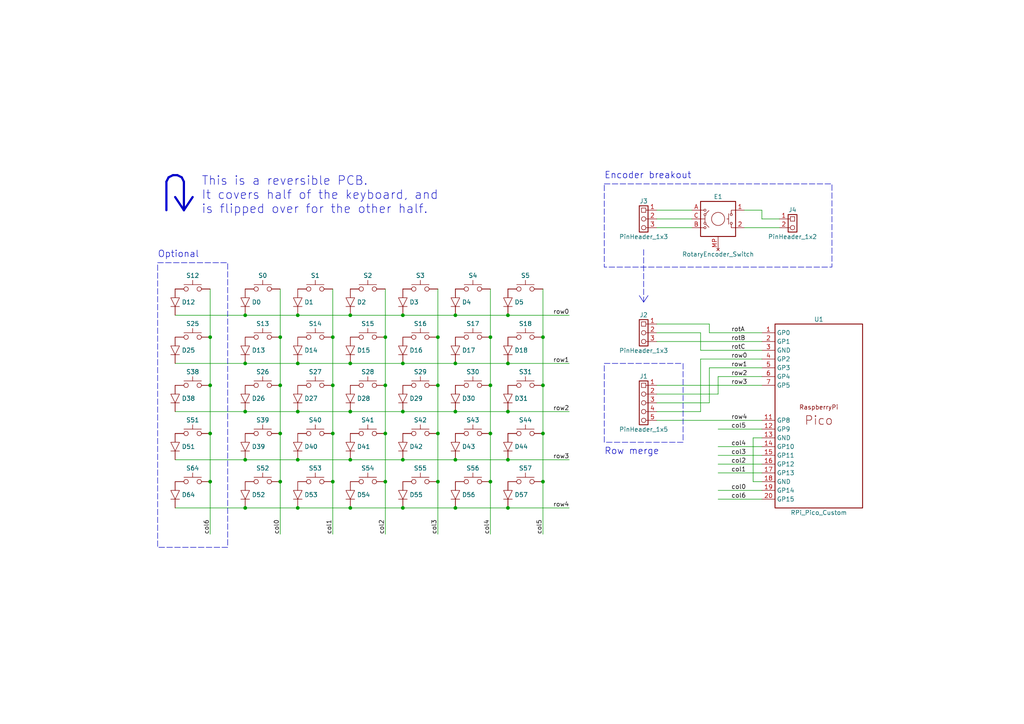
<source format=kicad_sch>
(kicad_sch (version 20230121) (generator eeschema)
  (paper "A4")
  (title_block (title "CHRUMM KEYBOARD") (rev "1.0.0") (comment 1 "https://github.com/sevmeyer/chrumm-keyboard") (comment 2 "Licensed under CERN-OHL-W v2 or later"))
  (lib_symbols
    (symbol "chrumm:Diode" (pin_numbers hide) (pin_names hide)
      (property "Reference" "D?" (at 1.905 1.27 0))
      (symbol "Diode_0_1"
        (polyline (pts (xy -1.27 0) (xy 1.27 0)))
        (polyline (pts (xy 0 0) (xy -1.27 2.54) (xy 1.27 2.54) (xy 0 0)))
        (pin passive line (at 0 -2.54 90) (length 2.54) (name "K") (number "1"))
        (pin passive line (at 0 5.08 270) (length 2.54) (name "A") (number "2"))
      )
    )
    (symbol "chrumm:PinHeader_1x2" (pin_names hide)
      (property "Reference" "J?" (at 0 1.905 0))
      (property "Value" "PinHeader_1x2" (at 0 -4.445 0))
      (symbol "PinHeader_1x2_0_1"
        (rectangle (start -1.27 1.27) (end 1.27 -3.81) (stroke (width 0.254)))
        (rectangle (start -0.635 0.635) (end 0.635 -0.635))
        (circle (center 0 -2.54) (radius 0.635))
        (polyline (pts (xy 0.635 -2.54) (xy 1.27 -2.54)))
        (polyline (pts (xy 0.635 0) (xy 1.27 0)))
      )
      (symbol "PinHeader_1x2_1_1"
        (pin passive line (at 3.81 0 180) (length 2.54) (name "~") (number "1"))
        (pin passive line (at 3.81 -2.54 180) (length 2.54) (name "~") (number "2"))
      )
    )
    (symbol "chrumm:PinHeader_1x3" (pin_names hide)
      (property "Reference" "J?" (at 0 1.905 0))
      (property "Value" "PinHeader_1x3" (at 0 -6.985 0))
      (symbol "PinHeader_1x3_0_1"
        (rectangle (start -1.27 1.27) (end 1.27 -6.35) (stroke (width 0.254)))
        (rectangle (start -0.635 0.635) (end 0.635 -0.635))
        (circle (center 0 -5.08) (radius 0.635))
        (circle (center 0 -2.54) (radius 0.635))
        (polyline (pts (xy 0.635 -5.08) (xy 1.27 -5.08)))
        (polyline (pts (xy 0.635 -2.54) (xy 1.27 -2.54)))
        (polyline (pts (xy 0.635 0) (xy 1.27 0)))
      )
      (symbol "PinHeader_1x3_1_1"
        (pin passive line (at 3.81 0 180) (length 2.54) (name "~") (number "1"))
        (pin passive line (at 3.81 -2.54 180) (length 2.54) (name "~") (number "2"))
        (pin passive line (at 3.81 -5.08 180) (length 2.54) (name "~") (number "3"))
      )
    )
    (symbol "chrumm:PinHeader_1x5" (pin_names hide)
      (property "Reference" "J?" (at 0 1.905 0))
      (property "Value" "PinHeader_1x5" (at 0 -12.065 0))
      (symbol "PinHeader_1x5_0_1"
        (rectangle (start -1.27 1.27) (end 1.27 -11.43) (stroke (width 0.254)))
        (rectangle (start -0.635 0.635) (end 0.635 -0.635))
        (circle (center 0 -10.16) (radius 0.635))
        (circle (center 0 -7.62) (radius 0.635))
        (circle (center 0 -5.08) (radius 0.635))
        (circle (center 0 -2.54) (radius 0.635))
        (polyline (pts (xy 0.635 -10.16) (xy 1.27 -10.16)))
        (polyline (pts (xy 0.635 -7.62) (xy 1.27 -7.62)))
        (polyline (pts (xy 0.635 -5.08) (xy 1.27 -5.08)))
        (polyline (pts (xy 0.635 -2.54) (xy 1.27 -2.54)))
        (polyline (pts (xy 0.635 0) (xy 1.27 0)))
      )
      (symbol "PinHeader_1x5_1_1"
        (pin passive line (at 3.81 0 180) (length 2.54) (name "~") (number "1"))
        (pin passive line (at 3.81 -2.54 180) (length 2.54) (name "~") (number "2"))
        (pin passive line (at 3.81 -5.08 180) (length 2.54) (name "~") (number "3"))
        (pin passive line (at 3.81 -7.62 180) (length 2.54) (name "~") (number "4"))
        (pin passive line (at 3.81 -10.16 180) (length 2.54) (name "~") (number "5"))
      )
    )
    (symbol "chrumm:RPi_Pico_Custom"
      (property "Reference" "U?" (at 0 27.305 0))
      (property "Value" "RPi_Pico_Custom" (at 0 -27.305 0))
      (symbol "RPi_Pico_Custom_1_0"
        (text "Pico" (at 0 -1.27 0) (effects (font (size 2.54 2.54))))
        (text "RaspberryPi" (at 0 2.54 0) (effects (font (size 1.27 1.27))))
      )
      (symbol "RPi_Pico_Custom_1_1"
        (rectangle (start -12.7 26.67) (end 12.7 -26.67) (stroke (width 0.254)))
        (pin bidirectional line (at -16.51 24.13 0) (length 3.81) (name "GP0") (number "1"))
        (pin bidirectional line (at -16.51 -1.27 0) (length 3.81) (name "GP8") (number "11"))
        (pin bidirectional line (at -16.51 -3.81 0) (length 3.81) (name "GP9") (number "12"))
        (pin bidirectional line (at -16.51 -6.35 0) (length 3.81) (name "GND") (number "13"))
        (pin bidirectional line (at -16.51 -8.89 0) (length 3.81) (name "GP10") (number "14"))
        (pin bidirectional line (at -16.51 -11.43 0) (length 3.81) (name "GP11") (number "15"))
        (pin bidirectional line (at -16.51 -13.97 0) (length 3.81) (name "GP12") (number "16"))
        (pin bidirectional line (at -16.51 -16.51 0) (length 3.81) (name "GP13") (number "17"))
        (pin bidirectional line (at -16.51 -19.05 0) (length 3.81) (name "GND") (number "18"))
        (pin bidirectional line (at -16.51 -21.59 0) (length 3.81) (name "GP14") (number "19"))
        (pin bidirectional line (at -16.51 21.59 0) (length 3.81) (name "GP1") (number "2"))
        (pin bidirectional line (at -16.51 -24.13 0) (length 3.81) (name "GP15") (number "20"))
        (pin bidirectional line (at -16.51 19.05 0) (length 3.81) (name "GND") (number "3"))
        (pin bidirectional line (at -16.51 16.51 0) (length 3.81) (name "GP2") (number "4"))
        (pin bidirectional line (at -16.51 13.97 0) (length 3.81) (name "GP3") (number "5"))
        (pin bidirectional line (at -16.51 11.43 0) (length 3.81) (name "GP4") (number "6"))
        (pin bidirectional line (at -16.51 8.89 0) (length 3.81) (name "GP5") (number "7"))
      )
    )
    (symbol "chrumm:RotaryEncoder_Switch" (pin_names hide)
      (property "Reference" "E?" (at 0 5.715 0))
      (property "Value" "RotaryEncoder_Switch" (at 0 -9.525 0))
      (symbol "RotaryEncoder_Switch_1_1"
        (rectangle (start -5.08 5.08) (end 5.08 -5.08) (stroke (width 0.254)))
        (circle (center -3.81 -2.54) (radius 0.3048))
        (circle (center -3.81 -1.27) (radius 0.3048))
        (circle (center -3.81 1.27) (radius 0.3048))
        (circle (center -3.81 2.54) (radius 0.3048))
        (polyline (pts (xy -5.08 -2.54) (xy -4.1148 -2.54)))
        (polyline (pts (xy -5.08 0) (xy -3.81 0)))
        (polyline (pts (xy -5.08 2.54) (xy -4.1148 2.54)))
        (polyline (pts (xy -3.81 0.9652) (xy -3.81 -0.9652)))
        (polyline (pts (xy -3.556 -1.524) (xy -2.6416 -2.4384)))
        (polyline (pts (xy -3.556 1.524) (xy -2.6416 2.4384)))
        (polyline (pts (xy 3.048 0) (xy 2.54 0)))
        (polyline (pts (xy 3.048 1.524) (xy 3.048 -1.524)))
        (polyline (pts (xy 5.08 -2.54) (xy 3.81 -2.54) (xy 3.81 -1.5748)))
        (polyline (pts (xy 5.08 2.54) (xy 3.81 2.54) (xy 3.81 1.5748)))
        (circle (center 0 0) (radius 1.905))
        (circle (center 3.81 -1.27) (radius 0.3048))
        (circle (center 3.81 1.27) (radius 0.3048))
        (pin passive line (at 7.62 2.54 180) (length 2.54) (name "1") (number "1"))
        (pin passive line (at 7.62 -2.54 180) (length 2.54) (name "2") (number "2"))
        (pin passive line (at -7.62 2.54 0) (length 2.54) (name "A") (number "A"))
        (pin passive line (at -7.62 -2.54 0) (length 2.54) (name "B") (number "B"))
        (pin passive line (at -7.62 0 0) (length 2.54) (name "C") (number "C"))
        (pin no_connect line (at 0 -8.89 90) (length 3.81) (name "MountPin") (number "MP"))
      )
    )
    (symbol "chrumm:Switch" (pin_numbers hide) (pin_names hide)
      (property "Reference" "S?" (at 0 3.175 0))
      (symbol "Switch_1_1"
        (circle (center -1.905 0) (radius 0.635))
        (polyline (pts (xy 0 1.27) (xy 0 2.54)))
        (polyline (pts (xy 2.54 1.27) (xy -2.54 1.27)))
        (circle (center 1.905 0) (radius 0.635))
        (pin passive line (at 5.08 0 180) (length 2.54) (name "~") (number "1"))
        (pin passive line (at -5.08 0 0) (length 2.54) (name "~") (number "2"))
      )
    )
  )
  (junction (at 147.32 119.38))
  (junction (at 86.36 119.38))
  (junction (at 96.52 111.76))
  (junction (at 111.76 111.76))
  (junction (at 71.12 147.32))
  (junction (at 60.96 139.7))
  (junction (at 147.32 133.35))
  (junction (at 132.08 105.41))
  (junction (at 101.6 105.41))
  (junction (at 147.32 105.41))
  (junction (at 81.28 97.79))
  (junction (at 111.76 97.79))
  (junction (at 132.08 133.35))
  (junction (at 96.52 125.73))
  (junction (at 86.36 133.35))
  (junction (at 142.24 125.73))
  (junction (at 147.32 147.32))
  (junction (at 101.6 119.38))
  (junction (at 96.52 97.79))
  (junction (at 86.36 147.32))
  (junction (at 96.52 139.7))
  (junction (at 147.32 91.44))
  (junction (at 142.24 139.7))
  (junction (at 71.12 119.38))
  (junction (at 101.6 91.44))
  (junction (at 127 111.76))
  (junction (at 86.36 91.44))
  (junction (at 157.48 139.7))
  (junction (at 127 125.73))
  (junction (at 116.84 91.44))
  (junction (at 116.84 105.41))
  (junction (at 71.12 105.41))
  (junction (at 116.84 133.35))
  (junction (at 157.48 125.73))
  (junction (at 60.96 97.79))
  (junction (at 81.28 111.76))
  (junction (at 132.08 119.38))
  (junction (at 71.12 133.35))
  (junction (at 81.28 125.73))
  (junction (at 86.36 105.41))
  (junction (at 127 97.79))
  (junction (at 116.84 147.32))
  (junction (at 142.24 97.79))
  (junction (at 111.76 139.7))
  (junction (at 60.96 125.73))
  (junction (at 132.08 147.32))
  (junction (at 81.28 139.7))
  (junction (at 101.6 147.32))
  (junction (at 101.6 133.35))
  (junction (at 142.24 111.76))
  (junction (at 71.12 91.44))
  (junction (at 132.08 91.44))
  (junction (at 60.96 111.76))
  (junction (at 157.48 111.76))
  (junction (at 157.48 97.79))
  (junction (at 127 139.7))
  (junction (at 116.84 119.38))
  (junction (at 111.76 125.73))
  (wire (pts (xy 127 83.82) (xy 127 97.79)))
  (wire (pts (xy 190.5 114.3) (xy 208.28 114.3)))
  (polyline (pts (xy 186.69 72.39) (xy 186.69 87.63)) (stroke (width 0) (type dash)))
  (wire (pts (xy 86.36 91.44) (xy 101.6 91.44)))
  (wire (pts (xy 203.2 101.6) (xy 220.98 101.6)))
  (wire (pts (xy 127 125.73) (xy 127 139.7)))
  (wire (pts (xy 81.28 111.76) (xy 81.28 125.73)))
  (wire (pts (xy 101.6 147.32) (xy 116.84 147.32)))
  (wire (pts (xy 190.5 111.76) (xy 220.98 111.76)))
  (wire (pts (xy 50.8 105.41) (xy 71.12 105.41)))
  (wire (pts (xy 208.28 129.54) (xy 220.98 129.54)))
  (wire (pts (xy 116.84 147.32) (xy 132.08 147.32)))
  (polyline (pts (xy 52.705 51.435) (xy 53.34 52.705)) (stroke (width 0.635) (type solid)))
  (wire (pts (xy 220.98 109.22) (xy 208.28 109.22)))
  (polyline (pts (xy 53.34 60.96) (xy 50.8 57.15)) (stroke (width 0.635) (type solid)))
  (wire (pts (xy 127 111.76) (xy 127 125.73)))
  (wire (pts (xy 127 97.79) (xy 127 111.76)))
  (wire (pts (xy 208.28 124.46) (xy 220.98 124.46)))
  (wire (pts (xy 208.28 142.24) (xy 220.98 142.24)))
  (wire (pts (xy 220.98 106.68) (xy 205.74 106.68)))
  (wire (pts (xy 86.36 133.35) (xy 101.6 133.35)))
  (wire (pts (xy 218.44 127) (xy 220.98 127)))
  (wire (pts (xy 132.08 105.41) (xy 147.32 105.41)))
  (wire (pts (xy 101.6 133.35) (xy 116.84 133.35)))
  (wire (pts (xy 96.52 139.7) (xy 96.52 154.94)))
  (wire (pts (xy 142.24 111.76) (xy 142.24 125.73)))
  (wire (pts (xy 208.28 144.78) (xy 220.98 144.78)))
  (wire (pts (xy 86.36 119.38) (xy 101.6 119.38)))
  (wire (pts (xy 127 139.7) (xy 127 154.94)))
  (wire (pts (xy 86.36 105.41) (xy 101.6 105.41)))
  (wire (pts (xy 190.5 96.52) (xy 203.2 96.52)))
  (wire (pts (xy 111.76 97.79) (xy 111.76 111.76)))
  (wire (pts (xy 132.08 119.38) (xy 147.32 119.38)))
  (wire (pts (xy 205.74 116.84) (xy 205.74 106.68)))
  (wire (pts (xy 142.24 125.73) (xy 142.24 139.7)))
  (wire (pts (xy 50.8 119.38) (xy 71.12 119.38)))
  (wire (pts (xy 190.5 63.5) (xy 200.66 63.5)))
  (wire (pts (xy 203.2 96.52) (xy 203.2 101.6)))
  (wire (pts (xy 50.8 147.32) (xy 71.12 147.32)))
  (polyline (pts (xy 48.26 52.705) (xy 48.895 51.435)) (stroke (width 0.635) (type solid)))
  (wire (pts (xy 116.84 91.44) (xy 132.08 91.44)))
  (wire (pts (xy 111.76 125.73) (xy 111.76 139.7)))
  (wire (pts (xy 203.2 104.14) (xy 220.98 104.14)))
  (wire (pts (xy 71.12 105.41) (xy 86.36 105.41)))
  (wire (pts (xy 190.5 119.38) (xy 203.2 119.38)))
  (wire (pts (xy 60.96 83.82) (xy 60.96 97.79)))
  (wire (pts (xy 218.44 127) (xy 218.44 139.7)))
  (wire (pts (xy 132.08 133.35) (xy 147.32 133.35)))
  (wire (pts (xy 71.12 91.44) (xy 86.36 91.44)))
  (wire (pts (xy 71.12 119.38) (xy 86.36 119.38)))
  (wire (pts (xy 215.9 60.96) (xy 220.98 60.96)))
  (polyline (pts (xy 51.435 50.8) (xy 52.705 51.435)) (stroke (width 0.635) (type solid)))
  (wire (pts (xy 81.28 83.82) (xy 81.28 97.79)))
  (wire (pts (xy 81.28 139.7) (xy 81.28 154.94)))
  (wire (pts (xy 142.24 83.82) (xy 142.24 97.79)))
  (wire (pts (xy 96.52 125.73) (xy 96.52 139.7)))
  (wire (pts (xy 71.12 133.35) (xy 86.36 133.35)))
  (wire (pts (xy 96.52 83.82) (xy 96.52 97.79)))
  (polyline (pts (xy 186.69 87.63) (xy 187.96 85.725)))
  (wire (pts (xy 190.5 60.96) (xy 200.66 60.96)))
  (polyline (pts (xy 48.26 60.96) (xy 48.26 52.705)) (stroke (width 0.635) (type solid)))
  (wire (pts (xy 208.28 132.08) (xy 220.98 132.08)))
  (wire (pts (xy 190.5 116.84) (xy 205.74 116.84)))
  (wire (pts (xy 111.76 139.7) (xy 111.76 154.94)))
  (wire (pts (xy 50.8 133.35) (xy 71.12 133.35)))
  (wire (pts (xy 218.44 139.7) (xy 220.98 139.7)))
  (wire (pts (xy 147.32 119.38) (xy 165.1 119.38)))
  (wire (pts (xy 101.6 91.44) (xy 116.84 91.44)))
  (wire (pts (xy 157.48 97.79) (xy 157.48 111.76)))
  (wire (pts (xy 116.84 105.41) (xy 132.08 105.41)))
  (wire (pts (xy 132.08 147.32) (xy 147.32 147.32)))
  (polyline (pts (xy 53.34 52.705) (xy 53.34 60.96)) (stroke (width 0.635) (type solid)))
  (wire (pts (xy 86.36 147.32) (xy 101.6 147.32)))
  (wire (pts (xy 81.28 125.73) (xy 81.28 139.7)))
  (wire (pts (xy 203.2 119.38) (xy 203.2 104.14)))
  (wire (pts (xy 101.6 119.38) (xy 116.84 119.38)))
  (wire (pts (xy 116.84 119.38) (xy 132.08 119.38)))
  (wire (pts (xy 116.84 133.35) (xy 132.08 133.35)))
  (wire (pts (xy 208.28 114.3) (xy 208.28 109.22)))
  (wire (pts (xy 60.96 125.73) (xy 60.96 139.7)))
  (wire (pts (xy 157.48 125.73) (xy 157.48 139.7)))
  (wire (pts (xy 215.9 66.04) (xy 226.06 66.04)))
  (wire (pts (xy 208.28 137.16) (xy 220.98 137.16)))
  (wire (pts (xy 81.28 97.79) (xy 81.28 111.76)))
  (wire (pts (xy 190.5 93.98) (xy 205.74 93.98)))
  (wire (pts (xy 157.48 139.7) (xy 157.48 154.94)))
  (wire (pts (xy 190.5 66.04) (xy 200.66 66.04)))
  (wire (pts (xy 142.24 97.79) (xy 142.24 111.76)))
  (wire (pts (xy 190.5 99.06) (xy 220.98 99.06)))
  (wire (pts (xy 147.32 91.44) (xy 165.1 91.44)))
  (wire (pts (xy 96.52 111.76) (xy 96.52 125.73)))
  (wire (pts (xy 205.74 93.98) (xy 205.74 96.52)))
  (wire (pts (xy 190.5 121.92) (xy 220.98 121.92)))
  (polyline (pts (xy 55.88 57.15) (xy 53.34 60.96)) (stroke (width 0.635) (type solid)))
  (polyline (pts (xy 48.895 51.435) (xy 50.165 50.8)) (stroke (width 0.635) (type solid)))
  (wire (pts (xy 111.76 83.82) (xy 111.76 97.79)))
  (wire (pts (xy 147.32 133.35) (xy 165.1 133.35)))
  (wire (pts (xy 71.12 147.32) (xy 86.36 147.32)))
  (wire (pts (xy 208.28 134.62) (xy 220.98 134.62)))
  (wire (pts (xy 157.48 83.82) (xy 157.48 97.79)))
  (wire (pts (xy 96.52 97.79) (xy 96.52 111.76)))
  (wire (pts (xy 60.96 97.79) (xy 60.96 111.76)))
  (wire (pts (xy 101.6 105.41) (xy 116.84 105.41)))
  (wire (pts (xy 165.1 105.41) (xy 147.32 105.41)))
  (wire (pts (xy 111.76 111.76) (xy 111.76 125.73)))
  (wire (pts (xy 60.96 111.76) (xy 60.96 125.73)))
  (wire (pts (xy 132.08 91.44) (xy 147.32 91.44)))
  (wire (pts (xy 157.48 111.76) (xy 157.48 125.73)))
  (polyline (pts (xy 50.165 50.8) (xy 51.435 50.8)) (stroke (width 0.635) (type solid)))
  (wire (pts (xy 205.74 96.52) (xy 220.98 96.52)))
  (wire (pts (xy 50.8 91.44) (xy 71.12 91.44)))
  (wire (pts (xy 60.96 139.7) (xy 60.96 154.94)))
  (wire (pts (xy 147.32 147.32) (xy 165.1 147.32)))
  (wire (pts (xy 220.98 63.5) (xy 226.06 63.5)))
  (wire (pts (xy 220.98 60.96) (xy 220.98 63.5)))
  (polyline (pts (xy 186.69 87.63) (xy 185.42 85.725)))
  (wire (pts (xy 142.24 139.7) (xy 142.24 154.94)))
  (rectangle (start 45.72 76.2) (end 66.04 158.75) (stroke (width 0) (type dash)))
  (rectangle (start 175.26 105.41) (end 198.12 128.27) (stroke (width 0) (type dash)))
  (rectangle (start 175.26 53.34) (end 241.3 77.47) (stroke (width 0) (type dash)))
  (text "Encoder breakout" (at 175.26 52.07 0) (effects (font (size 1.905 1.905)) (justify left bottom)))
  (text "Optional" (at 45.72 74.93 0) (effects (font (size 1.905 1.905)) (justify left bottom)))
  (text "Row merge" (at 175.26 132.08 0) (effects (font (size 1.905 1.905)) (justify left bottom)))
  (text "This is a reversible PCB.\nIt covers half of the keyboard, and\nis flipped over for the other half." (at 58.42 62.23 0) (effects (font (size 2.54 2.54)) (justify left bottom)))
  (label "col5" (at 212.09 124.46 0))
  (label "col4" (at 212.09 129.54 0))
  (label "col2" (at 212.09 134.62 0))
  (label "row2" (at 165.1 119.38 180))
  (label "rotC" (at 212.09 101.6 0))
  (label "col0" (at 81.28 154.94 90))
  (label "col3" (at 212.09 132.08 0))
  (label "col6" (at 60.96 154.94 90))
  (label "col4" (at 142.24 154.94 90))
  (label "col5" (at 157.48 154.94 90))
  (label "col6" (at 212.09 144.78 0))
  (label "row0" (at 165.1 91.44 180))
  (label "row3" (at 212.09 111.76 0))
  (label "row1" (at 165.1 105.41 180))
  (label "rotA" (at 212.09 96.52 0))
  (label "row2" (at 212.09 109.22 0))
  (label "row4" (at 165.1 147.32 180))
  (label "row0" (at 212.09 104.14 0))
  (label "rotB" (at 212.09 99.06 0))
  (label "row3" (at 165.1 133.35 180))
  (label "col1" (at 96.52 154.94 90))
  (label "col2" (at 111.76 154.94 90))
  (label "row1" (at 212.09 106.68 0))
  (label "col3" (at 127 154.94 90))
  (label "col1" (at 212.09 137.16 0))
  (label "row4" (at 212.09 121.92 0))
  (label "col0" (at 212.09 142.24 0))
  (symbol (lib_id "chrumm:Switch") (at 55.88 97.79 0) (unit 1)
    (property "Reference" "S25" (at 55.88 94.615 0) (effects (justify bottom)))
    (property "Value" "Switch" (effects hide))
  )
  (symbol (lib_id "chrumm:Diode") (at 132.08 130.81 0) (unit 1)
    (property "Reference" "D43" (at 133.985 129.54 0) (effects (justify left)))
    (property "Value" "Diode" (effects hide))
  )
  (symbol (lib_id "chrumm:Switch") (at 121.92 111.76 0) (unit 1)
    (property "Reference" "S29" (at 121.92 108.585 0) (effects (justify bottom)))
    (property "Value" "Switch" (effects hide))
  )
  (symbol (lib_id "chrumm:PinHeader_1x2") (at 229.87 63.5 0) (mirror y) (unit 1)
    (property "Reference" "J4" (at 229.87 61.595 0) (effects (justify bottom)))
    (property "Value" "PinHeader_1x2" (at 229.87 67.945 0) (effects (justify top)))
  )
  (symbol (lib_id "chrumm:Switch") (at 55.88 111.76 0) (unit 1)
    (property "Reference" "S38" (at 55.88 108.585 0) (effects (justify bottom)))
    (property "Value" "Switch" (effects hide))
  )
  (symbol (lib_id "chrumm:Switch") (at 137.16 111.76 0) (unit 1)
    (property "Reference" "S30" (at 137.16 108.585 0) (effects (justify bottom)))
    (property "Value" "Switch" (effects hide))
  )
  (symbol (lib_id "chrumm:Diode") (at 147.32 88.9 0) (unit 1)
    (property "Reference" "D5" (at 149.225 87.63 0) (effects (justify left)))
    (property "Value" "Diode" (effects hide))
  )
  (symbol (lib_id "chrumm:Diode") (at 50.8 144.78 0) (unit 1)
    (property "Reference" "D64" (at 52.705 143.51 0) (effects (justify left)))
    (property "Value" "Diode" (effects hide))
  )
  (symbol (lib_id "chrumm:Diode") (at 116.84 116.84 0) (unit 1)
    (property "Reference" "D29" (at 118.745 115.57 0) (effects (justify left)))
    (property "Value" "Diode" (effects hide))
  )
  (symbol (lib_id "chrumm:Switch") (at 106.68 97.79 0) (unit 1)
    (property "Reference" "S15" (at 106.68 94.615 0) (effects (justify bottom)))
    (property "Value" "Switch" (effects hide))
  )
  (symbol (lib_id "chrumm:Diode") (at 147.32 130.81 0) (unit 1)
    (property "Reference" "D44" (at 149.225 129.54 0) (effects (justify left)))
    (property "Value" "Diode" (effects hide))
  )
  (symbol (lib_id "chrumm:Diode") (at 71.12 130.81 0) (unit 1)
    (property "Reference" "D39" (at 73.025 129.54 0) (effects (justify left)))
    (property "Value" "Diode" (effects hide))
  )
  (symbol (lib_id "chrumm:Diode") (at 50.8 130.81 0) (unit 1)
    (property "Reference" "D51" (at 52.705 129.54 0) (effects (justify left)))
    (property "Value" "Diode" (effects hide))
  )
  (symbol (lib_id "chrumm:Switch") (at 137.16 125.73 0) (unit 1)
    (property "Reference" "S43" (at 137.16 122.555 0) (effects (justify bottom)))
    (property "Value" "Switch" (effects hide))
  )
  (symbol (lib_id "chrumm:Diode") (at 50.8 88.9 0) (unit 1)
    (property "Reference" "D12" (at 52.705 87.63 0) (effects (justify left)))
    (property "Value" "Diode" (effects hide))
  )
  (symbol (lib_id "chrumm:Switch") (at 55.88 83.82 0) (unit 1)
    (property "Reference" "S12" (at 55.88 80.645 0) (effects (justify bottom)))
    (property "Value" "Switch" (effects hide))
  )
  (symbol (lib_id "chrumm:Diode") (at 101.6 130.81 0) (unit 1)
    (property "Reference" "D41" (at 103.505 129.54 0) (effects (justify left)))
    (property "Value" "Diode" (effects hide))
  )
  (symbol (lib_id "chrumm:Diode") (at 71.12 144.78 0) (unit 1)
    (property "Reference" "D52" (at 73.025 143.51 0) (effects (justify left)))
    (property "Value" "Diode" (effects hide))
  )
  (symbol (lib_id "chrumm:Diode") (at 132.08 144.78 0) (unit 1)
    (property "Reference" "D56" (at 133.985 143.51 0) (effects (justify left)))
    (property "Value" "Diode" (effects hide))
  )
  (symbol (lib_id "chrumm:Diode") (at 147.32 116.84 0) (unit 1)
    (property "Reference" "D31" (at 149.225 115.57 0) (effects (justify left)))
    (property "Value" "Diode" (effects hide))
  )
  (symbol (lib_id "chrumm:RotaryEncoder_Switch") (at 208.28 63.5 0) (unit 1)
    (property "Reference" "E1" (at 208.28 57.785 0) (effects (justify bottom)))
    (property "Value" "RotaryEncoder_Switch" (at 208.28 73.025 0) (effects (justify top)))
  )
  (symbol (lib_id "chrumm:Diode") (at 50.8 102.87 0) (unit 1)
    (property "Reference" "D25" (at 52.705 101.6 0) (effects (justify left)))
    (property "Value" "Diode" (effects hide))
  )
  (symbol (lib_id "chrumm:Switch") (at 106.68 111.76 0) (unit 1)
    (property "Reference" "S28" (at 106.68 108.585 0) (effects (justify bottom)))
    (property "Value" "Switch" (effects hide))
  )
  (symbol (lib_id "chrumm:Switch") (at 76.2 111.76 0) (unit 1)
    (property "Reference" "S26" (at 76.2 108.585 0) (effects (justify bottom)))
    (property "Value" "Switch" (effects hide))
  )
  (symbol (lib_id "chrumm:Diode") (at 116.84 102.87 0) (unit 1)
    (property "Reference" "D16" (at 118.745 101.6 0) (effects (justify left)))
    (property "Value" "Diode" (effects hide))
  )
  (symbol (lib_id "chrumm:Switch") (at 106.68 125.73 0) (unit 1)
    (property "Reference" "S41" (at 106.68 122.555 0) (effects (justify bottom)))
    (property "Value" "Switch" (effects hide))
  )
  (symbol (lib_id "chrumm:Switch") (at 137.16 83.82 0) (unit 1)
    (property "Reference" "S4" (at 137.16 80.645 0) (effects (justify bottom)))
    (property "Value" "Switch" (effects hide))
  )
  (symbol (lib_id "chrumm:Switch") (at 91.44 83.82 0) (unit 1)
    (property "Reference" "S1" (at 91.44 80.645 0) (effects (justify bottom)))
    (property "Value" "Switch" (effects hide))
  )
  (symbol (lib_id "chrumm:PinHeader_1x5") (at 186.69 111.76 0) (unit 1)
    (property "Reference" "J1" (at 186.69 109.855 0) (effects (justify bottom)))
    (property "Value" "PinHeader_1x5" (at 186.69 123.825 0) (effects (justify top)))
  )
  (symbol (lib_id "chrumm:Switch") (at 76.2 125.73 0) (unit 1)
    (property "Reference" "S39" (at 76.2 122.555 0) (effects (justify bottom)))
    (property "Value" "Switch" (effects hide))
  )
  (symbol (lib_id "chrumm:Switch") (at 106.68 139.7 0) (unit 1)
    (property "Reference" "S54" (at 106.68 136.525 0) (effects (justify bottom)))
    (property "Value" "Switch" (effects hide))
  )
  (symbol (lib_id "chrumm:Diode") (at 86.36 130.81 0) (unit 1)
    (property "Reference" "D40" (at 88.265 129.54 0) (effects (justify left)))
    (property "Value" "Diode" (effects hide))
  )
  (symbol (lib_id "chrumm:Diode") (at 71.12 88.9 0) (unit 1)
    (property "Reference" "D0" (at 73.025 87.63 0) (effects (justify left)))
    (property "Value" "Diode" (effects hide))
  )
  (symbol (lib_id "chrumm:Diode") (at 101.6 116.84 0) (unit 1)
    (property "Reference" "D28" (at 103.505 115.57 0) (effects (justify left)))
    (property "Value" "Diode" (effects hide))
  )
  (symbol (lib_id "chrumm:Switch") (at 137.16 139.7 0) (unit 1)
    (property "Reference" "S56" (at 137.16 136.525 0) (effects (justify bottom)))
    (property "Value" "Switch" (effects hide))
  )
  (symbol (lib_id "chrumm:RPi_Pico_Custom") (at 237.49 120.65 0) (unit 1)
    (property "Reference" "U1" (at 237.49 93.345 0) (effects (justify bottom)))
    (property "Value" "RPi_Pico_Custom" (at 237.49 147.955 0) (effects (justify top)))
  )
  (symbol (lib_id "chrumm:Diode") (at 86.36 116.84 0) (unit 1)
    (property "Reference" "D27" (at 88.265 115.57 0) (effects (justify left)))
    (property "Value" "Diode" (effects hide))
  )
  (symbol (lib_id "chrumm:Switch") (at 91.44 125.73 0) (unit 1)
    (property "Reference" "S40" (at 91.44 122.555 0) (effects (justify bottom)))
    (property "Value" "Switch" (effects hide))
  )
  (symbol (lib_id "chrumm:Switch") (at 91.44 139.7 0) (unit 1)
    (property "Reference" "S53" (at 91.44 136.525 0) (effects (justify bottom)))
    (property "Value" "Switch" (effects hide))
  )
  (symbol (lib_id "chrumm:Switch") (at 121.92 83.82 0) (unit 1)
    (property "Reference" "S3" (at 121.92 80.645 0) (effects (justify bottom)))
    (property "Value" "Switch" (effects hide))
  )
  (symbol (lib_id "chrumm:Diode") (at 86.36 88.9 0) (unit 1)
    (property "Reference" "D1" (at 88.265 87.63 0) (effects (justify left)))
    (property "Value" "Diode" (effects hide))
  )
  (symbol (lib_id "chrumm:Switch") (at 55.88 139.7 0) (unit 1)
    (property "Reference" "S64" (at 55.88 136.525 0) (effects (justify bottom)))
    (property "Value" "Switch" (effects hide))
  )
  (symbol (lib_id "chrumm:Switch") (at 121.92 125.73 0) (unit 1)
    (property "Reference" "S42" (at 121.92 122.555 0) (effects (justify bottom)))
    (property "Value" "Switch" (effects hide))
  )
  (symbol (lib_id "chrumm:Diode") (at 147.32 102.87 0) (unit 1)
    (property "Reference" "D18" (at 149.225 101.6 0) (effects (justify left)))
    (property "Value" "Diode" (effects hide))
  )
  (symbol (lib_id "chrumm:Switch") (at 152.4 83.82 0) (unit 1)
    (property "Reference" "S5" (at 152.4 80.645 0) (effects (justify bottom)))
    (property "Value" "Switch" (effects hide))
  )
  (symbol (lib_id "chrumm:Diode") (at 116.84 130.81 0) (unit 1)
    (property "Reference" "D42" (at 118.745 129.54 0) (effects (justify left)))
    (property "Value" "Diode" (effects hide))
  )
  (symbol (lib_id "chrumm:Switch") (at 121.92 97.79 0) (unit 1)
    (property "Reference" "S16" (at 121.92 94.615 0) (effects (justify bottom)))
    (property "Value" "Switch" (effects hide))
  )
  (symbol (lib_id "chrumm:Diode") (at 116.84 88.9 0) (unit 1)
    (property "Reference" "D3" (at 118.745 87.63 0) (effects (justify left)))
    (property "Value" "Diode" (effects hide))
  )
  (symbol (lib_id "chrumm:Diode") (at 86.36 102.87 0) (unit 1)
    (property "Reference" "D14" (at 88.265 101.6 0) (effects (justify left)))
    (property "Value" "Diode" (effects hide))
  )
  (symbol (lib_id "chrumm:Switch") (at 55.88 125.73 0) (unit 1)
    (property "Reference" "S51" (at 55.88 122.555 0) (effects (justify bottom)))
    (property "Value" "Switch" (effects hide))
  )
  (symbol (lib_id "chrumm:Switch") (at 152.4 97.79 0) (unit 1)
    (property "Reference" "S18" (at 152.4 94.615 0) (effects (justify bottom)))
    (property "Value" "Switch" (effects hide))
  )
  (symbol (lib_id "chrumm:Diode") (at 116.84 144.78 0) (unit 1)
    (property "Reference" "D55" (at 118.745 143.51 0) (effects (justify left)))
    (property "Value" "Diode" (effects hide))
  )
  (symbol (lib_id "chrumm:Switch") (at 76.2 83.82 0) (unit 1)
    (property "Reference" "S0" (at 76.2 80.645 0) (effects (justify bottom)))
    (property "Value" "Switch" (effects hide))
  )
  (symbol (lib_id "chrumm:Switch") (at 152.4 111.76 0) (unit 1)
    (property "Reference" "S31" (at 152.4 108.585 0) (effects (justify bottom)))
    (property "Value" "Switch" (effects hide))
  )
  (symbol (lib_id "chrumm:Switch") (at 76.2 139.7 0) (unit 1)
    (property "Reference" "S52" (at 76.2 136.525 0) (effects (justify bottom)))
    (property "Value" "Switch" (effects hide))
  )
  (symbol (lib_id "chrumm:Switch") (at 152.4 125.73 0) (unit 1)
    (property "Reference" "S44" (at 152.4 122.555 0) (effects (justify bottom)))
    (property "Value" "Switch" (effects hide))
  )
  (symbol (lib_id "chrumm:Diode") (at 132.08 116.84 0) (unit 1)
    (property "Reference" "D30" (at 133.985 115.57 0) (effects (justify left)))
    (property "Value" "Diode" (effects hide))
  )
  (symbol (lib_id "chrumm:Switch") (at 91.44 111.76 0) (unit 1)
    (property "Reference" "S27" (at 91.44 108.585 0) (effects (justify bottom)))
    (property "Value" "Switch" (effects hide))
  )
  (symbol (lib_id "chrumm:Diode") (at 101.6 144.78 0) (unit 1)
    (property "Reference" "D54" (at 103.505 143.51 0) (effects (justify left)))
    (property "Value" "Diode" (effects hide))
  )
  (symbol (lib_id "chrumm:Switch") (at 152.4 139.7 0) (unit 1)
    (property "Reference" "S57" (at 152.4 136.525 0) (effects (justify bottom)))
    (property "Value" "Switch" (effects hide))
  )
  (symbol (lib_id "chrumm:Diode") (at 50.8 116.84 0) (unit 1)
    (property "Reference" "D38" (at 52.705 115.57 0) (effects (justify left)))
    (property "Value" "Diode" (effects hide))
  )
  (symbol (lib_id "chrumm:Diode") (at 101.6 102.87 0) (unit 1)
    (property "Reference" "D15" (at 103.505 101.6 0) (effects (justify left)))
    (property "Value" "Diode" (effects hide))
  )
  (symbol (lib_id "chrumm:Switch") (at 106.68 83.82 0) (unit 1)
    (property "Reference" "S2" (at 106.68 80.645 0) (effects (justify bottom)))
    (property "Value" "Switch" (effects hide))
  )
  (symbol (lib_id "chrumm:Diode") (at 71.12 102.87 0) (unit 1)
    (property "Reference" "D13" (at 73.025 101.6 0) (effects (justify left)))
    (property "Value" "Diode" (effects hide))
  )
  (symbol (lib_id "chrumm:PinHeader_1x3") (at 186.69 93.98 0) (unit 1)
    (property "Reference" "J2" (at 186.69 92.075 0) (effects (justify bottom)))
    (property "Value" "PinHeader_1x3" (at 186.69 100.965 0) (effects (justify top)))
  )
  (symbol (lib_id "chrumm:Diode") (at 101.6 88.9 0) (unit 1)
    (property "Reference" "D2" (at 103.505 87.63 0) (effects (justify left)))
    (property "Value" "Diode" (effects hide))
  )
  (symbol (lib_id "chrumm:Switch") (at 91.44 97.79 0) (unit 1)
    (property "Reference" "S14" (at 91.44 94.615 0) (effects (justify bottom)))
    (property "Value" "Switch" (effects hide))
  )
  (symbol (lib_id "chrumm:Diode") (at 71.12 116.84 0) (unit 1)
    (property "Reference" "D26" (at 73.025 115.57 0) (effects (justify left)))
    (property "Value" "Diode" (effects hide))
  )
  (symbol (lib_id "chrumm:Diode") (at 147.32 144.78 0) (unit 1)
    (property "Reference" "D57" (at 149.225 143.51 0) (effects (justify left)))
    (property "Value" "Diode" (effects hide))
  )
  (symbol (lib_id "chrumm:Diode") (at 86.36 144.78 0) (unit 1)
    (property "Reference" "D53" (at 88.265 143.51 0) (effects (justify left)))
    (property "Value" "Diode" (effects hide))
  )
  (symbol (lib_id "chrumm:Switch") (at 121.92 139.7 0) (unit 1)
    (property "Reference" "S55" (at 121.92 136.525 0) (effects (justify bottom)))
    (property "Value" "Switch" (effects hide))
  )
  (symbol (lib_id "chrumm:PinHeader_1x3") (at 186.69 60.96 0) (unit 1)
    (property "Reference" "J3" (at 186.69 59.055 0) (effects (justify bottom)))
    (property "Value" "PinHeader_1x3" (at 186.69 67.945 0) (effects (justify top)))
  )
  (symbol (lib_id "chrumm:Switch") (at 76.2 97.79 0) (unit 1)
    (property "Reference" "S13" (at 76.2 94.615 0) (effects (justify bottom)))
    (property "Value" "Switch" (effects hide))
  )
  (symbol (lib_id "chrumm:Diode") (at 132.08 102.87 0) (unit 1)
    (property "Reference" "D17" (at 133.985 101.6 0) (effects (justify left)))
    (property "Value" "Diode" (effects hide))
  )
  (symbol (lib_id "chrumm:Switch") (at 137.16 97.79 0) (unit 1)
    (property "Reference" "S17" (at 137.16 94.615 0) (effects (justify bottom)))
    (property "Value" "Switch" (effects hide))
  )
  (symbol (lib_id "chrumm:Diode") (at 132.08 88.9 0) (unit 1)
    (property "Reference" "D4" (at 133.985 87.63 0) (effects (justify left)))
    (property "Value" "Diode" (effects hide))
  )
)
</source>
